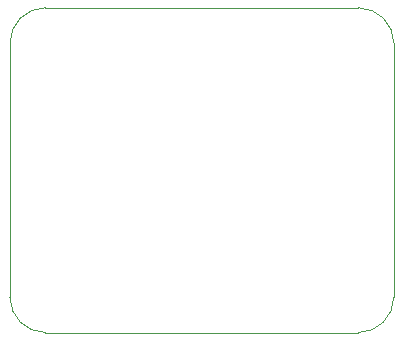
<source format=gbr>
%TF.GenerationSoftware,KiCad,Pcbnew,(6.0.5)*%
%TF.CreationDate,2022-05-30T14:14:05+05:00*%
%TF.ProjectId,multivib,6d756c74-6976-4696-922e-6b696361645f,rev?*%
%TF.SameCoordinates,Original*%
%TF.FileFunction,Profile,NP*%
%FSLAX46Y46*%
G04 Gerber Fmt 4.6, Leading zero omitted, Abs format (unit mm)*
G04 Created by KiCad (PCBNEW (6.0.5)) date 2022-05-30 14:14:05*
%MOMM*%
%LPD*%
G01*
G04 APERTURE LIST*
%TA.AperFunction,Profile*%
%ADD10C,0.050000*%
%TD*%
G04 APERTURE END LIST*
D10*
X107180000Y-113665000D02*
X133680000Y-113665000D01*
X104180000Y-110665000D02*
G75*
G03*
X107180000Y-113665000I3000000J0D01*
G01*
X133680000Y-113665000D02*
G75*
G03*
X136680000Y-110665000I0J3000000D01*
G01*
X133680000Y-86165000D02*
X107180000Y-86165000D01*
X107180000Y-86165000D02*
G75*
G03*
X104180000Y-89165000I0J-3000000D01*
G01*
X136680000Y-110665000D02*
X136680000Y-89165000D01*
X104180000Y-89165000D02*
X104180000Y-110665000D01*
X136680000Y-89165000D02*
G75*
G03*
X133680000Y-86165000I-3000000J0D01*
G01*
M02*

</source>
